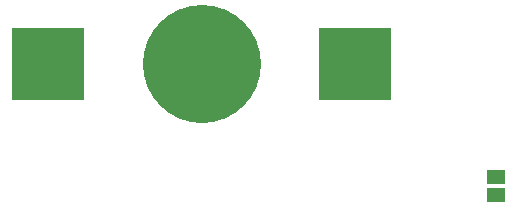
<source format=gbp>
G04 #@! TF.FileFunction,Paste,Bot*
%FSLAX46Y46*%
G04 Gerber Fmt 4.6, Leading zero omitted, Abs format (unit mm)*
G04 Created by KiCad (PCBNEW 4.0.2-stable) date Mon 29 Aug 2016 22:28:05 CEST*
%MOMM*%
G01*
G04 APERTURE LIST*
%ADD10C,0.100000*%
%ADD11R,6.100000X6.100000*%
%ADD12O,10.000000X10.000000*%
%ADD13R,1.600200X1.168400*%
G04 APERTURE END LIST*
D10*
D11*
X98173400Y-106712800D03*
D12*
X111173400Y-106712800D03*
D11*
X124173400Y-106712800D03*
D13*
X136040000Y-117838000D03*
X136040000Y-116314000D03*
M02*

</source>
